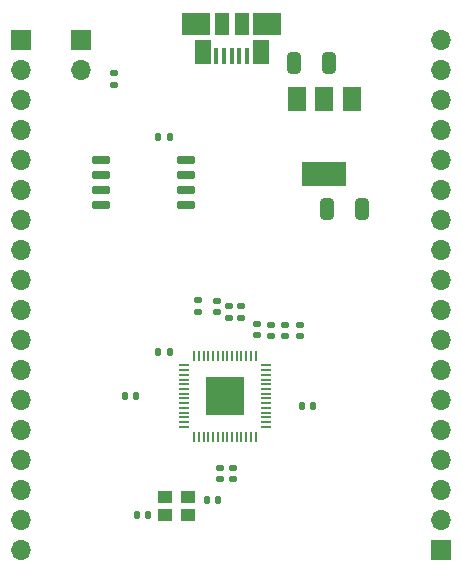
<source format=gts>
%TF.GenerationSoftware,KiCad,Pcbnew,7.0.0-da2b9df05c~163~ubuntu20.04.1*%
%TF.CreationDate,2023-05-09T10:41:35+01:00*%
%TF.ProjectId,KiCAD_Board_3_Minimal_Full_RP2040,4b694341-445f-4426-9f61-72645f335f4d,rev?*%
%TF.SameCoordinates,Original*%
%TF.FileFunction,Soldermask,Top*%
%TF.FilePolarity,Negative*%
%FSLAX46Y46*%
G04 Gerber Fmt 4.6, Leading zero omitted, Abs format (unit mm)*
G04 Created by KiCad (PCBNEW 7.0.0-da2b9df05c~163~ubuntu20.04.1) date 2023-05-09 10:41:35*
%MOMM*%
%LPD*%
G01*
G04 APERTURE LIST*
G04 Aperture macros list*
%AMRoundRect*
0 Rectangle with rounded corners*
0 $1 Rounding radius*
0 $2 $3 $4 $5 $6 $7 $8 $9 X,Y pos of 4 corners*
0 Add a 4 corners polygon primitive as box body*
4,1,4,$2,$3,$4,$5,$6,$7,$8,$9,$2,$3,0*
0 Add four circle primitives for the rounded corners*
1,1,$1+$1,$2,$3*
1,1,$1+$1,$4,$5*
1,1,$1+$1,$6,$7*
1,1,$1+$1,$8,$9*
0 Add four rect primitives between the rounded corners*
20,1,$1+$1,$2,$3,$4,$5,0*
20,1,$1+$1,$4,$5,$6,$7,0*
20,1,$1+$1,$6,$7,$8,$9,0*
20,1,$1+$1,$8,$9,$2,$3,0*%
G04 Aperture macros list end*
%ADD10RoundRect,0.140000X-0.140000X-0.170000X0.140000X-0.170000X0.140000X0.170000X-0.140000X0.170000X0*%
%ADD11RoundRect,0.250000X-0.325000X-0.650000X0.325000X-0.650000X0.325000X0.650000X-0.325000X0.650000X0*%
%ADD12RoundRect,0.135000X-0.185000X0.135000X-0.185000X-0.135000X0.185000X-0.135000X0.185000X0.135000X0*%
%ADD13R,1.700000X1.700000*%
%ADD14O,1.700000X1.700000*%
%ADD15RoundRect,0.140000X0.170000X-0.140000X0.170000X0.140000X-0.170000X0.140000X-0.170000X-0.140000X0*%
%ADD16RoundRect,0.050000X-0.387500X-0.050000X0.387500X-0.050000X0.387500X0.050000X-0.387500X0.050000X0*%
%ADD17RoundRect,0.050000X-0.050000X-0.387500X0.050000X-0.387500X0.050000X0.387500X-0.050000X0.387500X0*%
%ADD18R,3.200000X3.200000*%
%ADD19RoundRect,0.140000X0.140000X0.170000X-0.140000X0.170000X-0.140000X-0.170000X0.140000X-0.170000X0*%
%ADD20RoundRect,0.135000X0.185000X-0.135000X0.185000X0.135000X-0.185000X0.135000X-0.185000X-0.135000X0*%
%ADD21R,1.200000X1.100000*%
%ADD22RoundRect,0.150000X-0.650000X-0.150000X0.650000X-0.150000X0.650000X0.150000X-0.650000X0.150000X0*%
%ADD23R,0.450000X1.380000*%
%ADD24R,2.375000X1.900000*%
%ADD25R,1.475000X2.100000*%
%ADD26R,1.175000X1.900000*%
%ADD27RoundRect,0.140000X-0.170000X0.140000X-0.170000X-0.140000X0.170000X-0.140000X0.170000X0.140000X0*%
%ADD28R,1.500000X2.000000*%
%ADD29R,3.800000X2.000000*%
G04 APERTURE END LIST*
D10*
%TO.C,C1*%
X111400000Y-83370000D03*
X112360000Y-83370000D03*
%TD*%
D11*
%TO.C,C16*%
X127500000Y-57470000D03*
X130450000Y-57470000D03*
%TD*%
D12*
%TO.C,R2*%
X119200000Y-65655000D03*
X119200000Y-66675000D03*
%TD*%
D13*
%TO.C,J3*%
X101599999Y-43179999D03*
D14*
X101599999Y-45719999D03*
X101599999Y-48259999D03*
X101599999Y-50799999D03*
X101599999Y-53339999D03*
X101599999Y-55879999D03*
X101599999Y-58419999D03*
X101599999Y-60959999D03*
X101599999Y-63499999D03*
X101599999Y-66039999D03*
X101599999Y-68579999D03*
X101599999Y-71119999D03*
X101599999Y-73659999D03*
X101599999Y-76199999D03*
X101599999Y-78739999D03*
X101599999Y-81279999D03*
X101599999Y-83819999D03*
X101599999Y-86359999D03*
%TD*%
D15*
%TO.C,C11*%
X122780000Y-68220000D03*
X122780000Y-67260000D03*
%TD*%
D12*
%TO.C,R1*%
X109500000Y-45930000D03*
X109500000Y-46950000D03*
%TD*%
D16*
%TO.C,U1*%
X115422500Y-70707500D03*
X115422500Y-71107500D03*
X115422500Y-71507500D03*
X115422500Y-71907500D03*
X115422500Y-72307500D03*
X115422500Y-72707500D03*
X115422500Y-73107500D03*
X115422500Y-73507500D03*
X115422500Y-73907500D03*
X115422500Y-74307500D03*
X115422500Y-74707500D03*
X115422500Y-75107500D03*
X115422500Y-75507500D03*
X115422500Y-75907500D03*
D17*
X116260000Y-76745000D03*
X116660000Y-76745000D03*
X117060000Y-76745000D03*
X117460000Y-76745000D03*
X117860000Y-76745000D03*
X118260000Y-76745000D03*
X118660000Y-76745000D03*
X119060000Y-76745000D03*
X119460000Y-76745000D03*
X119860000Y-76745000D03*
X120260000Y-76745000D03*
X120660000Y-76745000D03*
X121060000Y-76745000D03*
X121460000Y-76745000D03*
D16*
X122297500Y-75907500D03*
X122297500Y-75507500D03*
X122297500Y-75107500D03*
X122297500Y-74707500D03*
X122297500Y-74307500D03*
X122297500Y-73907500D03*
X122297500Y-73507500D03*
X122297500Y-73107500D03*
X122297500Y-72707500D03*
X122297500Y-72307500D03*
X122297500Y-71907500D03*
X122297500Y-71507500D03*
X122297500Y-71107500D03*
X122297500Y-70707500D03*
D17*
X121460000Y-69870000D03*
X121060000Y-69870000D03*
X120660000Y-69870000D03*
X120260000Y-69870000D03*
X119860000Y-69870000D03*
X119460000Y-69870000D03*
X119060000Y-69870000D03*
X118660000Y-69870000D03*
X118260000Y-69870000D03*
X117860000Y-69870000D03*
X117460000Y-69870000D03*
X117060000Y-69870000D03*
X116660000Y-69870000D03*
X116260000Y-69870000D03*
D18*
X118859999Y-73307499D03*
%TD*%
D13*
%TO.C,J1*%
X106679999Y-43179999D03*
D14*
X106679999Y-45719999D03*
%TD*%
D15*
%TO.C,C13*%
X121550000Y-68130000D03*
X121550000Y-67170000D03*
%TD*%
D10*
%TO.C,C8*%
X125370000Y-74130000D03*
X126330000Y-74130000D03*
%TD*%
D19*
%TO.C,C2*%
X118300000Y-82090000D03*
X117340000Y-82090000D03*
%TD*%
D15*
%TO.C,C14*%
X116600000Y-66150000D03*
X116600000Y-65190000D03*
%TD*%
D20*
%TO.C,R3*%
X120200000Y-66675000D03*
X120200000Y-65655000D03*
%TD*%
D10*
%TO.C,C3*%
X113220000Y-51400000D03*
X114180000Y-51400000D03*
%TD*%
D15*
%TO.C,C5*%
X118150000Y-66175000D03*
X118150000Y-65215000D03*
%TD*%
D21*
%TO.C,Y1*%
X115719999Y-81889999D03*
X113819999Y-81889999D03*
X113819999Y-83389999D03*
X115719999Y-83389999D03*
%TD*%
D22*
%TO.C,U2*%
X108390000Y-53295000D03*
X108390000Y-54565000D03*
X108390000Y-55835000D03*
X108390000Y-57105000D03*
X115590000Y-57105000D03*
X115590000Y-55835000D03*
X115590000Y-54565000D03*
X115590000Y-53295000D03*
%TD*%
D19*
%TO.C,C4*%
X114170000Y-69600000D03*
X113210000Y-69600000D03*
%TD*%
D15*
%TO.C,C6*%
X125180000Y-68220000D03*
X125180000Y-67260000D03*
%TD*%
D19*
%TO.C,C9*%
X111350000Y-73275000D03*
X110390000Y-73275000D03*
%TD*%
D23*
%TO.C,J2*%
X120736999Y-44499999D03*
X120086999Y-44499999D03*
X119436999Y-44498999D03*
X118786999Y-44499999D03*
X118136999Y-44499999D03*
D24*
X122463999Y-41839999D03*
D25*
X121899999Y-44139999D03*
D26*
X120276999Y-41839999D03*
X118596999Y-41839999D03*
D25*
X116974999Y-44139999D03*
D24*
X116445999Y-41839999D03*
%TD*%
D11*
%TO.C,C15*%
X124685000Y-45080000D03*
X127635000Y-45080000D03*
%TD*%
D27*
%TO.C,C10*%
X118450000Y-79390000D03*
X118450000Y-80350000D03*
%TD*%
D13*
%TO.C,J5*%
X137159999Y-86359999D03*
D14*
X137159999Y-83819999D03*
X137159999Y-81279999D03*
X137159999Y-78739999D03*
X137159999Y-76199999D03*
X137159999Y-73659999D03*
X137159999Y-71119999D03*
X137159999Y-68579999D03*
X137159999Y-66039999D03*
X137159999Y-63499999D03*
X137159999Y-60959999D03*
X137159999Y-58419999D03*
X137159999Y-55879999D03*
X137159999Y-53339999D03*
X137159999Y-50799999D03*
X137159999Y-48259999D03*
X137159999Y-45719999D03*
X137159999Y-43179999D03*
%TD*%
D15*
%TO.C,C7*%
X123950000Y-68220000D03*
X123950000Y-67260000D03*
%TD*%
D28*
%TO.C,U3*%
X129589999Y-48159999D03*
X127289999Y-48159999D03*
X124989999Y-48159999D03*
D29*
X127289999Y-54459999D03*
%TD*%
D27*
%TO.C,C12*%
X119570000Y-79390000D03*
X119570000Y-80350000D03*
%TD*%
M02*

</source>
